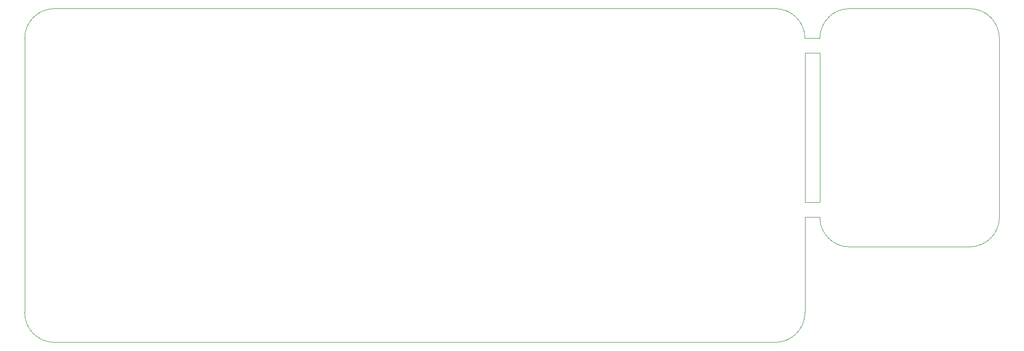
<source format=gbr>
%TF.GenerationSoftware,KiCad,Pcbnew,8.0.4*%
%TF.CreationDate,2024-07-28T20:36:00+02:00*%
%TF.ProjectId,BLDC_driver,424c4443-5f64-4726-9976-65722e6b6963,rev?*%
%TF.SameCoordinates,Original*%
%TF.FileFunction,Profile,NP*%
%FSLAX46Y46*%
G04 Gerber Fmt 4.6, Leading zero omitted, Abs format (unit mm)*
G04 Created by KiCad (PCBNEW 8.0.4) date 2024-07-28 20:36:00*
%MOMM*%
%LPD*%
G01*
G04 APERTURE LIST*
%TA.AperFunction,Profile*%
%ADD10C,0.100000*%
%TD*%
G04 APERTURE END LIST*
D10*
X179070000Y-82710000D02*
X179070000Y-57150000D01*
X179070000Y-92710000D02*
X179070000Y-85250000D01*
X181610000Y-82710000D02*
X181610000Y-57150000D01*
X212297944Y-54610000D02*
X212297944Y-85250000D01*
X179070000Y-101600000D02*
X179070000Y-92710000D01*
X203835000Y-90330000D02*
X207217944Y-90330000D01*
X203835000Y-49530000D02*
X207217944Y-49530000D01*
X203835000Y-90330000D02*
X186690000Y-90330000D01*
X212297944Y-85250000D02*
G75*
G02*
X207217944Y-90330000I-5080000J0D01*
G01*
X186690000Y-49530000D02*
X203835000Y-49530000D01*
X207217944Y-49530000D02*
G75*
G02*
X212297944Y-54610000I0J-5080000D01*
G01*
X181610000Y-54610000D02*
G75*
G02*
X186690000Y-49530000I5080000J0D01*
G01*
X186690000Y-90330000D02*
G75*
G02*
X181610000Y-85250000I0J5080000D01*
G01*
X181610000Y-57150000D02*
X179070000Y-57150000D01*
X179070000Y-54610000D02*
X181610000Y-54610000D01*
X173990000Y-49530000D02*
G75*
G02*
X179070000Y-54610000I0J-5080000D01*
G01*
X45720000Y-54610000D02*
G75*
G02*
X50800000Y-49530000I5080000J0D01*
G01*
X179070000Y-101600000D02*
G75*
G02*
X173990000Y-106680000I-5080000J0D01*
G01*
X45720000Y-54610000D02*
X45720000Y-101600000D01*
X181610000Y-82710000D02*
X179070000Y-82710000D01*
X179070000Y-85250000D02*
X181610000Y-85250000D01*
X50800000Y-106680000D02*
G75*
G02*
X45720000Y-101600000I0J5080000D01*
G01*
X50800000Y-106680000D02*
X173990000Y-106680000D01*
X173990000Y-49530000D02*
X50800000Y-49530000D01*
M02*

</source>
